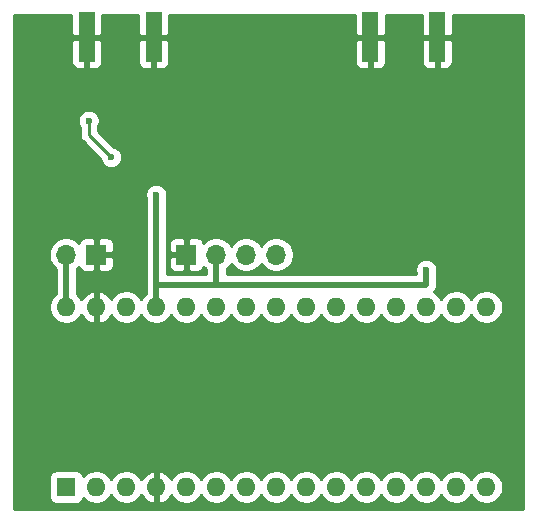
<source format=gbl>
G04 #@! TF.GenerationSoftware,KiCad,Pcbnew,5.1.9+dfsg1-1+deb11u1*
G04 #@! TF.CreationDate,2023-03-16T17:17:06+02:00*
G04 #@! TF.ProjectId,power_meter,706f7765-725f-46d6-9574-65722e6b6963,rev?*
G04 #@! TF.SameCoordinates,Original*
G04 #@! TF.FileFunction,Copper,L2,Bot*
G04 #@! TF.FilePolarity,Positive*
%FSLAX46Y46*%
G04 Gerber Fmt 4.6, Leading zero omitted, Abs format (unit mm)*
G04 Created by KiCad (PCBNEW 5.1.9+dfsg1-1+deb11u1) date 2023-03-16 17:17:06*
%MOMM*%
%LPD*%
G01*
G04 APERTURE LIST*
G04 #@! TA.AperFunction,ComponentPad*
%ADD10R,1.600000X1.600000*%
G04 #@! TD*
G04 #@! TA.AperFunction,ComponentPad*
%ADD11O,1.600000X1.600000*%
G04 #@! TD*
G04 #@! TA.AperFunction,ComponentPad*
%ADD12R,1.700000X1.700000*%
G04 #@! TD*
G04 #@! TA.AperFunction,ComponentPad*
%ADD13O,1.700000X1.700000*%
G04 #@! TD*
G04 #@! TA.AperFunction,SMDPad,CuDef*
%ADD14R,1.350000X4.200000*%
G04 #@! TD*
G04 #@! TA.AperFunction,ViaPad*
%ADD15C,0.600000*%
G04 #@! TD*
G04 #@! TA.AperFunction,Conductor*
%ADD16C,0.500000*%
G04 #@! TD*
G04 #@! TA.AperFunction,Conductor*
%ADD17C,0.250000*%
G04 #@! TD*
G04 #@! TA.AperFunction,Conductor*
%ADD18C,0.254000*%
G04 #@! TD*
G04 #@! TA.AperFunction,Conductor*
%ADD19C,0.100000*%
G04 #@! TD*
G04 APERTURE END LIST*
D10*
X99060000Y-116840000D03*
D11*
X132080000Y-101600000D03*
X101600000Y-116840000D03*
X129540000Y-101600000D03*
X104140000Y-116840000D03*
X127000000Y-101600000D03*
X106680000Y-116840000D03*
X124460000Y-101600000D03*
X109220000Y-116840000D03*
X121920000Y-101600000D03*
X111760000Y-116840000D03*
X119380000Y-101600000D03*
X114300000Y-116840000D03*
X116840000Y-101600000D03*
X116840000Y-116840000D03*
X114300000Y-101600000D03*
X119380000Y-116840000D03*
X111760000Y-101600000D03*
X121920000Y-116840000D03*
X109220000Y-101600000D03*
X124460000Y-116840000D03*
X106680000Y-101600000D03*
X127000000Y-116840000D03*
X104140000Y-101600000D03*
X129540000Y-116840000D03*
X101600000Y-101600000D03*
X132080000Y-116840000D03*
X99060000Y-101600000D03*
X134620000Y-116840000D03*
X134620000Y-101600000D03*
D12*
X101600000Y-97155000D03*
D13*
X99060000Y-97155000D03*
D12*
X109220000Y-97155000D03*
D13*
X111760000Y-97155000D03*
X114300000Y-97155000D03*
X116840000Y-97155000D03*
D14*
X124810000Y-78740000D03*
X130460000Y-78740000D03*
X106457000Y-78740000D03*
X100807000Y-78740000D03*
D15*
X101600000Y-81915000D03*
X105410000Y-81915000D03*
X106680000Y-81915000D03*
X100330000Y-81915000D03*
X99060000Y-81915000D03*
X107950000Y-81915000D03*
X107950000Y-85725000D03*
X107950000Y-86995000D03*
X107950000Y-89535000D03*
X97790000Y-81915000D03*
X97790000Y-85725000D03*
X97790000Y-86995000D03*
X97790000Y-88265000D03*
X97790000Y-89535000D03*
X97790000Y-90805000D03*
X107950000Y-90805000D03*
X97790000Y-92075000D03*
X99060000Y-92075000D03*
X100330000Y-92075000D03*
X102870000Y-92075000D03*
X104140000Y-92075000D03*
X105410000Y-92075000D03*
X107950000Y-88265000D03*
X133350000Y-86995000D03*
X133350000Y-88265000D03*
X133350000Y-89535000D03*
X133350000Y-90805000D03*
X119380000Y-84455000D03*
X119380000Y-86995000D03*
X119380000Y-88265000D03*
X119380000Y-89535000D03*
X119380000Y-90805000D03*
X119380000Y-92075000D03*
X119380000Y-93345000D03*
X119380000Y-94615000D03*
X133350000Y-85725000D03*
X133350000Y-84455000D03*
X119380000Y-85725000D03*
X133350000Y-92075000D03*
X133350000Y-93345000D03*
X133350000Y-94615000D03*
X133350000Y-95885000D03*
X133350000Y-97155000D03*
X132080000Y-98425000D03*
X128270000Y-98425000D03*
X127000000Y-98425000D03*
X125730000Y-98425000D03*
X119380000Y-95885000D03*
X119380000Y-97155000D03*
X119380000Y-83185000D03*
X119380000Y-81915000D03*
X120650000Y-81915000D03*
X121920000Y-81915000D03*
X123190000Y-81915000D03*
X133350000Y-83185000D03*
X133350000Y-81915000D03*
X132080000Y-81915000D03*
X130810000Y-81915000D03*
X129540000Y-81915000D03*
X124460000Y-81915000D03*
X107950000Y-92075000D03*
X102870000Y-86995000D03*
X119380000Y-98425000D03*
X133350000Y-98425000D03*
X130810000Y-98425000D03*
X97790000Y-84455000D03*
X97790000Y-83185000D03*
X107950000Y-84455000D03*
X107950000Y-83185000D03*
X106680000Y-92075000D03*
X129540000Y-98425000D03*
X102870000Y-88900000D03*
X100965000Y-85810000D03*
D16*
X106680000Y-99695000D02*
X128905000Y-99695000D01*
X106680000Y-101600000D02*
X106680000Y-99695000D01*
X111760000Y-97155000D02*
X111760000Y-99695000D01*
X106680000Y-99695000D02*
X106680000Y-95250000D01*
X128905000Y-99695000D02*
X129540000Y-99695000D01*
X106680000Y-95250000D02*
X106680000Y-92075000D01*
X129540000Y-99695000D02*
X129540000Y-98425000D01*
X99060000Y-97155000D02*
X99060000Y-101600000D01*
D17*
X102870000Y-88900000D02*
X100965000Y-86995000D01*
X100965000Y-86995000D02*
X100965000Y-85810000D01*
D18*
X99497000Y-78454250D02*
X99655750Y-78613000D01*
X100680000Y-78613000D01*
X100680000Y-78593000D01*
X100934000Y-78593000D01*
X100934000Y-78613000D01*
X101958250Y-78613000D01*
X102117000Y-78454250D01*
X102119657Y-76885000D01*
X105144343Y-76885000D01*
X105147000Y-78454250D01*
X105305750Y-78613000D01*
X106330000Y-78613000D01*
X106330000Y-78593000D01*
X106584000Y-78593000D01*
X106584000Y-78613000D01*
X107608250Y-78613000D01*
X107767000Y-78454250D01*
X107769657Y-76885000D01*
X123497343Y-76885000D01*
X123500000Y-78454250D01*
X123658750Y-78613000D01*
X124683000Y-78613000D01*
X124683000Y-78593000D01*
X124937000Y-78593000D01*
X124937000Y-78613000D01*
X125961250Y-78613000D01*
X126120000Y-78454250D01*
X126122657Y-76885000D01*
X129147343Y-76885000D01*
X129150000Y-78454250D01*
X129308750Y-78613000D01*
X130333000Y-78613000D01*
X130333000Y-78593000D01*
X130587000Y-78593000D01*
X130587000Y-78613000D01*
X131611250Y-78613000D01*
X131770000Y-78454250D01*
X131772657Y-76885000D01*
X137745000Y-76885000D01*
X137745001Y-118695000D01*
X94665000Y-118695000D01*
X94665000Y-116040000D01*
X97621928Y-116040000D01*
X97621928Y-117640000D01*
X97634188Y-117764482D01*
X97670498Y-117884180D01*
X97729463Y-117994494D01*
X97808815Y-118091185D01*
X97905506Y-118170537D01*
X98015820Y-118229502D01*
X98135518Y-118265812D01*
X98260000Y-118278072D01*
X99860000Y-118278072D01*
X99984482Y-118265812D01*
X100104180Y-118229502D01*
X100214494Y-118170537D01*
X100311185Y-118091185D01*
X100390537Y-117994494D01*
X100449502Y-117884180D01*
X100485812Y-117764482D01*
X100486643Y-117756039D01*
X100685241Y-117954637D01*
X100920273Y-118111680D01*
X101181426Y-118219853D01*
X101458665Y-118275000D01*
X101741335Y-118275000D01*
X102018574Y-118219853D01*
X102279727Y-118111680D01*
X102514759Y-117954637D01*
X102714637Y-117754759D01*
X102870000Y-117522241D01*
X103025363Y-117754759D01*
X103225241Y-117954637D01*
X103460273Y-118111680D01*
X103721426Y-118219853D01*
X103998665Y-118275000D01*
X104281335Y-118275000D01*
X104558574Y-118219853D01*
X104819727Y-118111680D01*
X105054759Y-117954637D01*
X105254637Y-117754759D01*
X105411680Y-117519727D01*
X105416067Y-117509135D01*
X105527615Y-117695131D01*
X105716586Y-117903519D01*
X105942580Y-118071037D01*
X106196913Y-118191246D01*
X106330961Y-118231904D01*
X106553000Y-118109915D01*
X106553000Y-116967000D01*
X106533000Y-116967000D01*
X106533000Y-116713000D01*
X106553000Y-116713000D01*
X106553000Y-115570085D01*
X106807000Y-115570085D01*
X106807000Y-116713000D01*
X106827000Y-116713000D01*
X106827000Y-116967000D01*
X106807000Y-116967000D01*
X106807000Y-118109915D01*
X107029039Y-118231904D01*
X107163087Y-118191246D01*
X107417420Y-118071037D01*
X107643414Y-117903519D01*
X107832385Y-117695131D01*
X107943933Y-117509135D01*
X107948320Y-117519727D01*
X108105363Y-117754759D01*
X108305241Y-117954637D01*
X108540273Y-118111680D01*
X108801426Y-118219853D01*
X109078665Y-118275000D01*
X109361335Y-118275000D01*
X109638574Y-118219853D01*
X109899727Y-118111680D01*
X110134759Y-117954637D01*
X110334637Y-117754759D01*
X110490000Y-117522241D01*
X110645363Y-117754759D01*
X110845241Y-117954637D01*
X111080273Y-118111680D01*
X111341426Y-118219853D01*
X111618665Y-118275000D01*
X111901335Y-118275000D01*
X112178574Y-118219853D01*
X112439727Y-118111680D01*
X112674759Y-117954637D01*
X112874637Y-117754759D01*
X113030000Y-117522241D01*
X113185363Y-117754759D01*
X113385241Y-117954637D01*
X113620273Y-118111680D01*
X113881426Y-118219853D01*
X114158665Y-118275000D01*
X114441335Y-118275000D01*
X114718574Y-118219853D01*
X114979727Y-118111680D01*
X115214759Y-117954637D01*
X115414637Y-117754759D01*
X115570000Y-117522241D01*
X115725363Y-117754759D01*
X115925241Y-117954637D01*
X116160273Y-118111680D01*
X116421426Y-118219853D01*
X116698665Y-118275000D01*
X116981335Y-118275000D01*
X117258574Y-118219853D01*
X117519727Y-118111680D01*
X117754759Y-117954637D01*
X117954637Y-117754759D01*
X118110000Y-117522241D01*
X118265363Y-117754759D01*
X118465241Y-117954637D01*
X118700273Y-118111680D01*
X118961426Y-118219853D01*
X119238665Y-118275000D01*
X119521335Y-118275000D01*
X119798574Y-118219853D01*
X120059727Y-118111680D01*
X120294759Y-117954637D01*
X120494637Y-117754759D01*
X120650000Y-117522241D01*
X120805363Y-117754759D01*
X121005241Y-117954637D01*
X121240273Y-118111680D01*
X121501426Y-118219853D01*
X121778665Y-118275000D01*
X122061335Y-118275000D01*
X122338574Y-118219853D01*
X122599727Y-118111680D01*
X122834759Y-117954637D01*
X123034637Y-117754759D01*
X123190000Y-117522241D01*
X123345363Y-117754759D01*
X123545241Y-117954637D01*
X123780273Y-118111680D01*
X124041426Y-118219853D01*
X124318665Y-118275000D01*
X124601335Y-118275000D01*
X124878574Y-118219853D01*
X125139727Y-118111680D01*
X125374759Y-117954637D01*
X125574637Y-117754759D01*
X125730000Y-117522241D01*
X125885363Y-117754759D01*
X126085241Y-117954637D01*
X126320273Y-118111680D01*
X126581426Y-118219853D01*
X126858665Y-118275000D01*
X127141335Y-118275000D01*
X127418574Y-118219853D01*
X127679727Y-118111680D01*
X127914759Y-117954637D01*
X128114637Y-117754759D01*
X128270000Y-117522241D01*
X128425363Y-117754759D01*
X128625241Y-117954637D01*
X128860273Y-118111680D01*
X129121426Y-118219853D01*
X129398665Y-118275000D01*
X129681335Y-118275000D01*
X129958574Y-118219853D01*
X130219727Y-118111680D01*
X130454759Y-117954637D01*
X130654637Y-117754759D01*
X130810000Y-117522241D01*
X130965363Y-117754759D01*
X131165241Y-117954637D01*
X131400273Y-118111680D01*
X131661426Y-118219853D01*
X131938665Y-118275000D01*
X132221335Y-118275000D01*
X132498574Y-118219853D01*
X132759727Y-118111680D01*
X132994759Y-117954637D01*
X133194637Y-117754759D01*
X133350000Y-117522241D01*
X133505363Y-117754759D01*
X133705241Y-117954637D01*
X133940273Y-118111680D01*
X134201426Y-118219853D01*
X134478665Y-118275000D01*
X134761335Y-118275000D01*
X135038574Y-118219853D01*
X135299727Y-118111680D01*
X135534759Y-117954637D01*
X135734637Y-117754759D01*
X135891680Y-117519727D01*
X135999853Y-117258574D01*
X136055000Y-116981335D01*
X136055000Y-116698665D01*
X135999853Y-116421426D01*
X135891680Y-116160273D01*
X135734637Y-115925241D01*
X135534759Y-115725363D01*
X135299727Y-115568320D01*
X135038574Y-115460147D01*
X134761335Y-115405000D01*
X134478665Y-115405000D01*
X134201426Y-115460147D01*
X133940273Y-115568320D01*
X133705241Y-115725363D01*
X133505363Y-115925241D01*
X133350000Y-116157759D01*
X133194637Y-115925241D01*
X132994759Y-115725363D01*
X132759727Y-115568320D01*
X132498574Y-115460147D01*
X132221335Y-115405000D01*
X131938665Y-115405000D01*
X131661426Y-115460147D01*
X131400273Y-115568320D01*
X131165241Y-115725363D01*
X130965363Y-115925241D01*
X130810000Y-116157759D01*
X130654637Y-115925241D01*
X130454759Y-115725363D01*
X130219727Y-115568320D01*
X129958574Y-115460147D01*
X129681335Y-115405000D01*
X129398665Y-115405000D01*
X129121426Y-115460147D01*
X128860273Y-115568320D01*
X128625241Y-115725363D01*
X128425363Y-115925241D01*
X128270000Y-116157759D01*
X128114637Y-115925241D01*
X127914759Y-115725363D01*
X127679727Y-115568320D01*
X127418574Y-115460147D01*
X127141335Y-115405000D01*
X126858665Y-115405000D01*
X126581426Y-115460147D01*
X126320273Y-115568320D01*
X126085241Y-115725363D01*
X125885363Y-115925241D01*
X125730000Y-116157759D01*
X125574637Y-115925241D01*
X125374759Y-115725363D01*
X125139727Y-115568320D01*
X124878574Y-115460147D01*
X124601335Y-115405000D01*
X124318665Y-115405000D01*
X124041426Y-115460147D01*
X123780273Y-115568320D01*
X123545241Y-115725363D01*
X123345363Y-115925241D01*
X123190000Y-116157759D01*
X123034637Y-115925241D01*
X122834759Y-115725363D01*
X122599727Y-115568320D01*
X122338574Y-115460147D01*
X122061335Y-115405000D01*
X121778665Y-115405000D01*
X121501426Y-115460147D01*
X121240273Y-115568320D01*
X121005241Y-115725363D01*
X120805363Y-115925241D01*
X120650000Y-116157759D01*
X120494637Y-115925241D01*
X120294759Y-115725363D01*
X120059727Y-115568320D01*
X119798574Y-115460147D01*
X119521335Y-115405000D01*
X119238665Y-115405000D01*
X118961426Y-115460147D01*
X118700273Y-115568320D01*
X118465241Y-115725363D01*
X118265363Y-115925241D01*
X118110000Y-116157759D01*
X117954637Y-115925241D01*
X117754759Y-115725363D01*
X117519727Y-115568320D01*
X117258574Y-115460147D01*
X116981335Y-115405000D01*
X116698665Y-115405000D01*
X116421426Y-115460147D01*
X116160273Y-115568320D01*
X115925241Y-115725363D01*
X115725363Y-115925241D01*
X115570000Y-116157759D01*
X115414637Y-115925241D01*
X115214759Y-115725363D01*
X114979727Y-115568320D01*
X114718574Y-115460147D01*
X114441335Y-115405000D01*
X114158665Y-115405000D01*
X113881426Y-115460147D01*
X113620273Y-115568320D01*
X113385241Y-115725363D01*
X113185363Y-115925241D01*
X113030000Y-116157759D01*
X112874637Y-115925241D01*
X112674759Y-115725363D01*
X112439727Y-115568320D01*
X112178574Y-115460147D01*
X111901335Y-115405000D01*
X111618665Y-115405000D01*
X111341426Y-115460147D01*
X111080273Y-115568320D01*
X110845241Y-115725363D01*
X110645363Y-115925241D01*
X110490000Y-116157759D01*
X110334637Y-115925241D01*
X110134759Y-115725363D01*
X109899727Y-115568320D01*
X109638574Y-115460147D01*
X109361335Y-115405000D01*
X109078665Y-115405000D01*
X108801426Y-115460147D01*
X108540273Y-115568320D01*
X108305241Y-115725363D01*
X108105363Y-115925241D01*
X107948320Y-116160273D01*
X107943933Y-116170865D01*
X107832385Y-115984869D01*
X107643414Y-115776481D01*
X107417420Y-115608963D01*
X107163087Y-115488754D01*
X107029039Y-115448096D01*
X106807000Y-115570085D01*
X106553000Y-115570085D01*
X106330961Y-115448096D01*
X106196913Y-115488754D01*
X105942580Y-115608963D01*
X105716586Y-115776481D01*
X105527615Y-115984869D01*
X105416067Y-116170865D01*
X105411680Y-116160273D01*
X105254637Y-115925241D01*
X105054759Y-115725363D01*
X104819727Y-115568320D01*
X104558574Y-115460147D01*
X104281335Y-115405000D01*
X103998665Y-115405000D01*
X103721426Y-115460147D01*
X103460273Y-115568320D01*
X103225241Y-115725363D01*
X103025363Y-115925241D01*
X102870000Y-116157759D01*
X102714637Y-115925241D01*
X102514759Y-115725363D01*
X102279727Y-115568320D01*
X102018574Y-115460147D01*
X101741335Y-115405000D01*
X101458665Y-115405000D01*
X101181426Y-115460147D01*
X100920273Y-115568320D01*
X100685241Y-115725363D01*
X100486643Y-115923961D01*
X100485812Y-115915518D01*
X100449502Y-115795820D01*
X100390537Y-115685506D01*
X100311185Y-115588815D01*
X100214494Y-115509463D01*
X100104180Y-115450498D01*
X99984482Y-115414188D01*
X99860000Y-115401928D01*
X98260000Y-115401928D01*
X98135518Y-115414188D01*
X98015820Y-115450498D01*
X97905506Y-115509463D01*
X97808815Y-115588815D01*
X97729463Y-115685506D01*
X97670498Y-115795820D01*
X97634188Y-115915518D01*
X97621928Y-116040000D01*
X94665000Y-116040000D01*
X94665000Y-97008740D01*
X97575000Y-97008740D01*
X97575000Y-97301260D01*
X97632068Y-97588158D01*
X97744010Y-97858411D01*
X97906525Y-98101632D01*
X98113368Y-98308475D01*
X98175000Y-98349656D01*
X98175001Y-100465478D01*
X98145241Y-100485363D01*
X97945363Y-100685241D01*
X97788320Y-100920273D01*
X97680147Y-101181426D01*
X97625000Y-101458665D01*
X97625000Y-101741335D01*
X97680147Y-102018574D01*
X97788320Y-102279727D01*
X97945363Y-102514759D01*
X98145241Y-102714637D01*
X98380273Y-102871680D01*
X98641426Y-102979853D01*
X98918665Y-103035000D01*
X99201335Y-103035000D01*
X99478574Y-102979853D01*
X99739727Y-102871680D01*
X99974759Y-102714637D01*
X100174637Y-102514759D01*
X100331680Y-102279727D01*
X100336067Y-102269135D01*
X100447615Y-102455131D01*
X100636586Y-102663519D01*
X100862580Y-102831037D01*
X101116913Y-102951246D01*
X101250961Y-102991904D01*
X101473000Y-102869915D01*
X101473000Y-101727000D01*
X101453000Y-101727000D01*
X101453000Y-101473000D01*
X101473000Y-101473000D01*
X101473000Y-100330085D01*
X101727000Y-100330085D01*
X101727000Y-101473000D01*
X101747000Y-101473000D01*
X101747000Y-101727000D01*
X101727000Y-101727000D01*
X101727000Y-102869915D01*
X101949039Y-102991904D01*
X102083087Y-102951246D01*
X102337420Y-102831037D01*
X102563414Y-102663519D01*
X102752385Y-102455131D01*
X102863933Y-102269135D01*
X102868320Y-102279727D01*
X103025363Y-102514759D01*
X103225241Y-102714637D01*
X103460273Y-102871680D01*
X103721426Y-102979853D01*
X103998665Y-103035000D01*
X104281335Y-103035000D01*
X104558574Y-102979853D01*
X104819727Y-102871680D01*
X105054759Y-102714637D01*
X105254637Y-102514759D01*
X105410000Y-102282241D01*
X105565363Y-102514759D01*
X105765241Y-102714637D01*
X106000273Y-102871680D01*
X106261426Y-102979853D01*
X106538665Y-103035000D01*
X106821335Y-103035000D01*
X107098574Y-102979853D01*
X107359727Y-102871680D01*
X107594759Y-102714637D01*
X107794637Y-102514759D01*
X107950000Y-102282241D01*
X108105363Y-102514759D01*
X108305241Y-102714637D01*
X108540273Y-102871680D01*
X108801426Y-102979853D01*
X109078665Y-103035000D01*
X109361335Y-103035000D01*
X109638574Y-102979853D01*
X109899727Y-102871680D01*
X110134759Y-102714637D01*
X110334637Y-102514759D01*
X110490000Y-102282241D01*
X110645363Y-102514759D01*
X110845241Y-102714637D01*
X111080273Y-102871680D01*
X111341426Y-102979853D01*
X111618665Y-103035000D01*
X111901335Y-103035000D01*
X112178574Y-102979853D01*
X112439727Y-102871680D01*
X112674759Y-102714637D01*
X112874637Y-102514759D01*
X113030000Y-102282241D01*
X113185363Y-102514759D01*
X113385241Y-102714637D01*
X113620273Y-102871680D01*
X113881426Y-102979853D01*
X114158665Y-103035000D01*
X114441335Y-103035000D01*
X114718574Y-102979853D01*
X114979727Y-102871680D01*
X115214759Y-102714637D01*
X115414637Y-102514759D01*
X115570000Y-102282241D01*
X115725363Y-102514759D01*
X115925241Y-102714637D01*
X116160273Y-102871680D01*
X116421426Y-102979853D01*
X116698665Y-103035000D01*
X116981335Y-103035000D01*
X117258574Y-102979853D01*
X117519727Y-102871680D01*
X117754759Y-102714637D01*
X117954637Y-102514759D01*
X118110000Y-102282241D01*
X118265363Y-102514759D01*
X118465241Y-102714637D01*
X118700273Y-102871680D01*
X118961426Y-102979853D01*
X119238665Y-103035000D01*
X119521335Y-103035000D01*
X119798574Y-102979853D01*
X120059727Y-102871680D01*
X120294759Y-102714637D01*
X120494637Y-102514759D01*
X120650000Y-102282241D01*
X120805363Y-102514759D01*
X121005241Y-102714637D01*
X121240273Y-102871680D01*
X121501426Y-102979853D01*
X121778665Y-103035000D01*
X122061335Y-103035000D01*
X122338574Y-102979853D01*
X122599727Y-102871680D01*
X122834759Y-102714637D01*
X123034637Y-102514759D01*
X123190000Y-102282241D01*
X123345363Y-102514759D01*
X123545241Y-102714637D01*
X123780273Y-102871680D01*
X124041426Y-102979853D01*
X124318665Y-103035000D01*
X124601335Y-103035000D01*
X124878574Y-102979853D01*
X125139727Y-102871680D01*
X125374759Y-102714637D01*
X125574637Y-102514759D01*
X125730000Y-102282241D01*
X125885363Y-102514759D01*
X126085241Y-102714637D01*
X126320273Y-102871680D01*
X126581426Y-102979853D01*
X126858665Y-103035000D01*
X127141335Y-103035000D01*
X127418574Y-102979853D01*
X127679727Y-102871680D01*
X127914759Y-102714637D01*
X128114637Y-102514759D01*
X128270000Y-102282241D01*
X128425363Y-102514759D01*
X128625241Y-102714637D01*
X128860273Y-102871680D01*
X129121426Y-102979853D01*
X129398665Y-103035000D01*
X129681335Y-103035000D01*
X129958574Y-102979853D01*
X130219727Y-102871680D01*
X130454759Y-102714637D01*
X130654637Y-102514759D01*
X130810000Y-102282241D01*
X130965363Y-102514759D01*
X131165241Y-102714637D01*
X131400273Y-102871680D01*
X131661426Y-102979853D01*
X131938665Y-103035000D01*
X132221335Y-103035000D01*
X132498574Y-102979853D01*
X132759727Y-102871680D01*
X132994759Y-102714637D01*
X133194637Y-102514759D01*
X133350000Y-102282241D01*
X133505363Y-102514759D01*
X133705241Y-102714637D01*
X133940273Y-102871680D01*
X134201426Y-102979853D01*
X134478665Y-103035000D01*
X134761335Y-103035000D01*
X135038574Y-102979853D01*
X135299727Y-102871680D01*
X135534759Y-102714637D01*
X135734637Y-102514759D01*
X135891680Y-102279727D01*
X135999853Y-102018574D01*
X136055000Y-101741335D01*
X136055000Y-101458665D01*
X135999853Y-101181426D01*
X135891680Y-100920273D01*
X135734637Y-100685241D01*
X135534759Y-100485363D01*
X135299727Y-100328320D01*
X135038574Y-100220147D01*
X134761335Y-100165000D01*
X134478665Y-100165000D01*
X134201426Y-100220147D01*
X133940273Y-100328320D01*
X133705241Y-100485363D01*
X133505363Y-100685241D01*
X133350000Y-100917759D01*
X133194637Y-100685241D01*
X132994759Y-100485363D01*
X132759727Y-100328320D01*
X132498574Y-100220147D01*
X132221335Y-100165000D01*
X131938665Y-100165000D01*
X131661426Y-100220147D01*
X131400273Y-100328320D01*
X131165241Y-100485363D01*
X130965363Y-100685241D01*
X130810000Y-100917759D01*
X130654637Y-100685241D01*
X130454759Y-100485363D01*
X130219727Y-100328320D01*
X130178975Y-100311440D01*
X130279411Y-100189059D01*
X130361589Y-100035313D01*
X130412195Y-99868490D01*
X130429282Y-99695000D01*
X130425000Y-99651523D01*
X130425000Y-98731692D01*
X130439068Y-98697729D01*
X130475000Y-98517089D01*
X130475000Y-98332911D01*
X130439068Y-98152271D01*
X130368586Y-97982111D01*
X130266262Y-97828972D01*
X130136028Y-97698738D01*
X129982889Y-97596414D01*
X129812729Y-97525932D01*
X129632089Y-97490000D01*
X129447911Y-97490000D01*
X129267271Y-97525932D01*
X129097111Y-97596414D01*
X128943972Y-97698738D01*
X128813738Y-97828972D01*
X128711414Y-97982111D01*
X128640932Y-98152271D01*
X128605000Y-98332911D01*
X128605000Y-98517089D01*
X128640932Y-98697729D01*
X128655001Y-98731694D01*
X128655001Y-98810000D01*
X112645000Y-98810000D01*
X112645000Y-98349656D01*
X112706632Y-98308475D01*
X112913475Y-98101632D01*
X113030000Y-97927240D01*
X113146525Y-98101632D01*
X113353368Y-98308475D01*
X113596589Y-98470990D01*
X113866842Y-98582932D01*
X114153740Y-98640000D01*
X114446260Y-98640000D01*
X114733158Y-98582932D01*
X115003411Y-98470990D01*
X115246632Y-98308475D01*
X115453475Y-98101632D01*
X115570000Y-97927240D01*
X115686525Y-98101632D01*
X115893368Y-98308475D01*
X116136589Y-98470990D01*
X116406842Y-98582932D01*
X116693740Y-98640000D01*
X116986260Y-98640000D01*
X117273158Y-98582932D01*
X117543411Y-98470990D01*
X117786632Y-98308475D01*
X117993475Y-98101632D01*
X118155990Y-97858411D01*
X118267932Y-97588158D01*
X118325000Y-97301260D01*
X118325000Y-97008740D01*
X118267932Y-96721842D01*
X118155990Y-96451589D01*
X117993475Y-96208368D01*
X117786632Y-96001525D01*
X117543411Y-95839010D01*
X117273158Y-95727068D01*
X116986260Y-95670000D01*
X116693740Y-95670000D01*
X116406842Y-95727068D01*
X116136589Y-95839010D01*
X115893368Y-96001525D01*
X115686525Y-96208368D01*
X115570000Y-96382760D01*
X115453475Y-96208368D01*
X115246632Y-96001525D01*
X115003411Y-95839010D01*
X114733158Y-95727068D01*
X114446260Y-95670000D01*
X114153740Y-95670000D01*
X113866842Y-95727068D01*
X113596589Y-95839010D01*
X113353368Y-96001525D01*
X113146525Y-96208368D01*
X113030000Y-96382760D01*
X112913475Y-96208368D01*
X112706632Y-96001525D01*
X112463411Y-95839010D01*
X112193158Y-95727068D01*
X111906260Y-95670000D01*
X111613740Y-95670000D01*
X111326842Y-95727068D01*
X111056589Y-95839010D01*
X110813368Y-96001525D01*
X110681513Y-96133380D01*
X110659502Y-96060820D01*
X110600537Y-95950506D01*
X110521185Y-95853815D01*
X110424494Y-95774463D01*
X110314180Y-95715498D01*
X110194482Y-95679188D01*
X110070000Y-95666928D01*
X109505750Y-95670000D01*
X109347000Y-95828750D01*
X109347000Y-97028000D01*
X109367000Y-97028000D01*
X109367000Y-97282000D01*
X109347000Y-97282000D01*
X109347000Y-98481250D01*
X109505750Y-98640000D01*
X110070000Y-98643072D01*
X110194482Y-98630812D01*
X110314180Y-98594502D01*
X110424494Y-98535537D01*
X110521185Y-98456185D01*
X110600537Y-98359494D01*
X110659502Y-98249180D01*
X110681513Y-98176620D01*
X110813368Y-98308475D01*
X110875000Y-98349656D01*
X110875001Y-98810000D01*
X107565000Y-98810000D01*
X107565000Y-98005000D01*
X107731928Y-98005000D01*
X107744188Y-98129482D01*
X107780498Y-98249180D01*
X107839463Y-98359494D01*
X107918815Y-98456185D01*
X108015506Y-98535537D01*
X108125820Y-98594502D01*
X108245518Y-98630812D01*
X108370000Y-98643072D01*
X108934250Y-98640000D01*
X109093000Y-98481250D01*
X109093000Y-97282000D01*
X107893750Y-97282000D01*
X107735000Y-97440750D01*
X107731928Y-98005000D01*
X107565000Y-98005000D01*
X107565000Y-96305000D01*
X107731928Y-96305000D01*
X107735000Y-96869250D01*
X107893750Y-97028000D01*
X109093000Y-97028000D01*
X109093000Y-95828750D01*
X108934250Y-95670000D01*
X108370000Y-95666928D01*
X108245518Y-95679188D01*
X108125820Y-95715498D01*
X108015506Y-95774463D01*
X107918815Y-95853815D01*
X107839463Y-95950506D01*
X107780498Y-96060820D01*
X107744188Y-96180518D01*
X107731928Y-96305000D01*
X107565000Y-96305000D01*
X107565000Y-92381692D01*
X107579068Y-92347729D01*
X107615000Y-92167089D01*
X107615000Y-91982911D01*
X107579068Y-91802271D01*
X107508586Y-91632111D01*
X107406262Y-91478972D01*
X107276028Y-91348738D01*
X107122889Y-91246414D01*
X106952729Y-91175932D01*
X106772089Y-91140000D01*
X106587911Y-91140000D01*
X106407271Y-91175932D01*
X106237111Y-91246414D01*
X106083972Y-91348738D01*
X105953738Y-91478972D01*
X105851414Y-91632111D01*
X105780932Y-91802271D01*
X105745000Y-91982911D01*
X105745000Y-92167089D01*
X105780932Y-92347729D01*
X105795001Y-92381695D01*
X105795000Y-95293476D01*
X105795001Y-95293486D01*
X105795000Y-99651523D01*
X105790718Y-99695000D01*
X105795001Y-99738486D01*
X105795001Y-100465478D01*
X105765241Y-100485363D01*
X105565363Y-100685241D01*
X105410000Y-100917759D01*
X105254637Y-100685241D01*
X105054759Y-100485363D01*
X104819727Y-100328320D01*
X104558574Y-100220147D01*
X104281335Y-100165000D01*
X103998665Y-100165000D01*
X103721426Y-100220147D01*
X103460273Y-100328320D01*
X103225241Y-100485363D01*
X103025363Y-100685241D01*
X102868320Y-100920273D01*
X102863933Y-100930865D01*
X102752385Y-100744869D01*
X102563414Y-100536481D01*
X102337420Y-100368963D01*
X102083087Y-100248754D01*
X101949039Y-100208096D01*
X101727000Y-100330085D01*
X101473000Y-100330085D01*
X101250961Y-100208096D01*
X101116913Y-100248754D01*
X100862580Y-100368963D01*
X100636586Y-100536481D01*
X100447615Y-100744869D01*
X100336067Y-100930865D01*
X100331680Y-100920273D01*
X100174637Y-100685241D01*
X99974759Y-100485363D01*
X99945000Y-100465479D01*
X99945000Y-98349656D01*
X100006632Y-98308475D01*
X100138487Y-98176620D01*
X100160498Y-98249180D01*
X100219463Y-98359494D01*
X100298815Y-98456185D01*
X100395506Y-98535537D01*
X100505820Y-98594502D01*
X100625518Y-98630812D01*
X100750000Y-98643072D01*
X101314250Y-98640000D01*
X101473000Y-98481250D01*
X101473000Y-97282000D01*
X101727000Y-97282000D01*
X101727000Y-98481250D01*
X101885750Y-98640000D01*
X102450000Y-98643072D01*
X102574482Y-98630812D01*
X102694180Y-98594502D01*
X102804494Y-98535537D01*
X102901185Y-98456185D01*
X102980537Y-98359494D01*
X103039502Y-98249180D01*
X103075812Y-98129482D01*
X103088072Y-98005000D01*
X103085000Y-97440750D01*
X102926250Y-97282000D01*
X101727000Y-97282000D01*
X101473000Y-97282000D01*
X101453000Y-97282000D01*
X101453000Y-97028000D01*
X101473000Y-97028000D01*
X101473000Y-95828750D01*
X101727000Y-95828750D01*
X101727000Y-97028000D01*
X102926250Y-97028000D01*
X103085000Y-96869250D01*
X103088072Y-96305000D01*
X103075812Y-96180518D01*
X103039502Y-96060820D01*
X102980537Y-95950506D01*
X102901185Y-95853815D01*
X102804494Y-95774463D01*
X102694180Y-95715498D01*
X102574482Y-95679188D01*
X102450000Y-95666928D01*
X101885750Y-95670000D01*
X101727000Y-95828750D01*
X101473000Y-95828750D01*
X101314250Y-95670000D01*
X100750000Y-95666928D01*
X100625518Y-95679188D01*
X100505820Y-95715498D01*
X100395506Y-95774463D01*
X100298815Y-95853815D01*
X100219463Y-95950506D01*
X100160498Y-96060820D01*
X100138487Y-96133380D01*
X100006632Y-96001525D01*
X99763411Y-95839010D01*
X99493158Y-95727068D01*
X99206260Y-95670000D01*
X98913740Y-95670000D01*
X98626842Y-95727068D01*
X98356589Y-95839010D01*
X98113368Y-96001525D01*
X97906525Y-96208368D01*
X97744010Y-96451589D01*
X97632068Y-96721842D01*
X97575000Y-97008740D01*
X94665000Y-97008740D01*
X94665000Y-85717911D01*
X100030000Y-85717911D01*
X100030000Y-85902089D01*
X100065932Y-86082729D01*
X100136414Y-86252889D01*
X100205001Y-86355536D01*
X100205000Y-86957677D01*
X100201324Y-86995000D01*
X100205000Y-87032322D01*
X100205000Y-87032332D01*
X100215997Y-87143985D01*
X100259454Y-87287246D01*
X100330026Y-87419276D01*
X100369871Y-87467826D01*
X100424999Y-87535001D01*
X100454003Y-87558804D01*
X101946847Y-89051649D01*
X101970932Y-89172729D01*
X102041414Y-89342889D01*
X102143738Y-89496028D01*
X102273972Y-89626262D01*
X102427111Y-89728586D01*
X102597271Y-89799068D01*
X102777911Y-89835000D01*
X102962089Y-89835000D01*
X103142729Y-89799068D01*
X103312889Y-89728586D01*
X103466028Y-89626262D01*
X103596262Y-89496028D01*
X103698586Y-89342889D01*
X103769068Y-89172729D01*
X103805000Y-88992089D01*
X103805000Y-88807911D01*
X103769068Y-88627271D01*
X103698586Y-88457111D01*
X103596262Y-88303972D01*
X103466028Y-88173738D01*
X103312889Y-88071414D01*
X103142729Y-88000932D01*
X103021649Y-87976847D01*
X101725000Y-86680199D01*
X101725000Y-86355535D01*
X101793586Y-86252889D01*
X101864068Y-86082729D01*
X101900000Y-85902089D01*
X101900000Y-85717911D01*
X101864068Y-85537271D01*
X101793586Y-85367111D01*
X101691262Y-85213972D01*
X101561028Y-85083738D01*
X101407889Y-84981414D01*
X101237729Y-84910932D01*
X101057089Y-84875000D01*
X100872911Y-84875000D01*
X100692271Y-84910932D01*
X100522111Y-84981414D01*
X100368972Y-85083738D01*
X100238738Y-85213972D01*
X100136414Y-85367111D01*
X100065932Y-85537271D01*
X100030000Y-85717911D01*
X94665000Y-85717911D01*
X94665000Y-80840000D01*
X99493928Y-80840000D01*
X99506188Y-80964482D01*
X99542498Y-81084180D01*
X99601463Y-81194494D01*
X99680815Y-81291185D01*
X99777506Y-81370537D01*
X99887820Y-81429502D01*
X100007518Y-81465812D01*
X100132000Y-81478072D01*
X100521250Y-81475000D01*
X100680000Y-81316250D01*
X100680000Y-78867000D01*
X100934000Y-78867000D01*
X100934000Y-81316250D01*
X101092750Y-81475000D01*
X101482000Y-81478072D01*
X101606482Y-81465812D01*
X101726180Y-81429502D01*
X101836494Y-81370537D01*
X101933185Y-81291185D01*
X102012537Y-81194494D01*
X102071502Y-81084180D01*
X102107812Y-80964482D01*
X102120072Y-80840000D01*
X105143928Y-80840000D01*
X105156188Y-80964482D01*
X105192498Y-81084180D01*
X105251463Y-81194494D01*
X105330815Y-81291185D01*
X105427506Y-81370537D01*
X105537820Y-81429502D01*
X105657518Y-81465812D01*
X105782000Y-81478072D01*
X106171250Y-81475000D01*
X106330000Y-81316250D01*
X106330000Y-78867000D01*
X106584000Y-78867000D01*
X106584000Y-81316250D01*
X106742750Y-81475000D01*
X107132000Y-81478072D01*
X107256482Y-81465812D01*
X107376180Y-81429502D01*
X107486494Y-81370537D01*
X107583185Y-81291185D01*
X107662537Y-81194494D01*
X107721502Y-81084180D01*
X107757812Y-80964482D01*
X107770072Y-80840000D01*
X123496928Y-80840000D01*
X123509188Y-80964482D01*
X123545498Y-81084180D01*
X123604463Y-81194494D01*
X123683815Y-81291185D01*
X123780506Y-81370537D01*
X123890820Y-81429502D01*
X124010518Y-81465812D01*
X124135000Y-81478072D01*
X124524250Y-81475000D01*
X124683000Y-81316250D01*
X124683000Y-78867000D01*
X124937000Y-78867000D01*
X124937000Y-81316250D01*
X125095750Y-81475000D01*
X125485000Y-81478072D01*
X125609482Y-81465812D01*
X125729180Y-81429502D01*
X125839494Y-81370537D01*
X125936185Y-81291185D01*
X126015537Y-81194494D01*
X126074502Y-81084180D01*
X126110812Y-80964482D01*
X126123072Y-80840000D01*
X129146928Y-80840000D01*
X129159188Y-80964482D01*
X129195498Y-81084180D01*
X129254463Y-81194494D01*
X129333815Y-81291185D01*
X129430506Y-81370537D01*
X129540820Y-81429502D01*
X129660518Y-81465812D01*
X129785000Y-81478072D01*
X130174250Y-81475000D01*
X130333000Y-81316250D01*
X130333000Y-78867000D01*
X130587000Y-78867000D01*
X130587000Y-81316250D01*
X130745750Y-81475000D01*
X131135000Y-81478072D01*
X131259482Y-81465812D01*
X131379180Y-81429502D01*
X131489494Y-81370537D01*
X131586185Y-81291185D01*
X131665537Y-81194494D01*
X131724502Y-81084180D01*
X131760812Y-80964482D01*
X131773072Y-80840000D01*
X131770000Y-79025750D01*
X131611250Y-78867000D01*
X130587000Y-78867000D01*
X130333000Y-78867000D01*
X129308750Y-78867000D01*
X129150000Y-79025750D01*
X129146928Y-80840000D01*
X126123072Y-80840000D01*
X126120000Y-79025750D01*
X125961250Y-78867000D01*
X124937000Y-78867000D01*
X124683000Y-78867000D01*
X123658750Y-78867000D01*
X123500000Y-79025750D01*
X123496928Y-80840000D01*
X107770072Y-80840000D01*
X107767000Y-79025750D01*
X107608250Y-78867000D01*
X106584000Y-78867000D01*
X106330000Y-78867000D01*
X105305750Y-78867000D01*
X105147000Y-79025750D01*
X105143928Y-80840000D01*
X102120072Y-80840000D01*
X102117000Y-79025750D01*
X101958250Y-78867000D01*
X100934000Y-78867000D01*
X100680000Y-78867000D01*
X99655750Y-78867000D01*
X99497000Y-79025750D01*
X99493928Y-80840000D01*
X94665000Y-80840000D01*
X94665000Y-76885000D01*
X99494343Y-76885000D01*
X99497000Y-78454250D01*
G04 #@! TA.AperFunction,Conductor*
D19*
G36*
X99497000Y-78454250D02*
G01*
X99655750Y-78613000D01*
X100680000Y-78613000D01*
X100680000Y-78593000D01*
X100934000Y-78593000D01*
X100934000Y-78613000D01*
X101958250Y-78613000D01*
X102117000Y-78454250D01*
X102119657Y-76885000D01*
X105144343Y-76885000D01*
X105147000Y-78454250D01*
X105305750Y-78613000D01*
X106330000Y-78613000D01*
X106330000Y-78593000D01*
X106584000Y-78593000D01*
X106584000Y-78613000D01*
X107608250Y-78613000D01*
X107767000Y-78454250D01*
X107769657Y-76885000D01*
X123497343Y-76885000D01*
X123500000Y-78454250D01*
X123658750Y-78613000D01*
X124683000Y-78613000D01*
X124683000Y-78593000D01*
X124937000Y-78593000D01*
X124937000Y-78613000D01*
X125961250Y-78613000D01*
X126120000Y-78454250D01*
X126122657Y-76885000D01*
X129147343Y-76885000D01*
X129150000Y-78454250D01*
X129308750Y-78613000D01*
X130333000Y-78613000D01*
X130333000Y-78593000D01*
X130587000Y-78593000D01*
X130587000Y-78613000D01*
X131611250Y-78613000D01*
X131770000Y-78454250D01*
X131772657Y-76885000D01*
X137745000Y-76885000D01*
X137745001Y-118695000D01*
X94665000Y-118695000D01*
X94665000Y-116040000D01*
X97621928Y-116040000D01*
X97621928Y-117640000D01*
X97634188Y-117764482D01*
X97670498Y-117884180D01*
X97729463Y-117994494D01*
X97808815Y-118091185D01*
X97905506Y-118170537D01*
X98015820Y-118229502D01*
X98135518Y-118265812D01*
X98260000Y-118278072D01*
X99860000Y-118278072D01*
X99984482Y-118265812D01*
X100104180Y-118229502D01*
X100214494Y-118170537D01*
X100311185Y-118091185D01*
X100390537Y-117994494D01*
X100449502Y-117884180D01*
X100485812Y-117764482D01*
X100486643Y-117756039D01*
X100685241Y-117954637D01*
X100920273Y-118111680D01*
X101181426Y-118219853D01*
X101458665Y-118275000D01*
X101741335Y-118275000D01*
X102018574Y-118219853D01*
X102279727Y-118111680D01*
X102514759Y-117954637D01*
X102714637Y-117754759D01*
X102870000Y-117522241D01*
X103025363Y-117754759D01*
X103225241Y-117954637D01*
X103460273Y-118111680D01*
X103721426Y-118219853D01*
X103998665Y-118275000D01*
X104281335Y-118275000D01*
X104558574Y-118219853D01*
X104819727Y-118111680D01*
X105054759Y-117954637D01*
X105254637Y-117754759D01*
X105411680Y-117519727D01*
X105416067Y-117509135D01*
X105527615Y-117695131D01*
X105716586Y-117903519D01*
X105942580Y-118071037D01*
X106196913Y-118191246D01*
X106330961Y-118231904D01*
X106553000Y-118109915D01*
X106553000Y-116967000D01*
X106533000Y-116967000D01*
X106533000Y-116713000D01*
X106553000Y-116713000D01*
X106553000Y-115570085D01*
X106807000Y-115570085D01*
X106807000Y-116713000D01*
X106827000Y-116713000D01*
X106827000Y-116967000D01*
X106807000Y-116967000D01*
X106807000Y-118109915D01*
X107029039Y-118231904D01*
X107163087Y-118191246D01*
X107417420Y-118071037D01*
X107643414Y-117903519D01*
X107832385Y-117695131D01*
X107943933Y-117509135D01*
X107948320Y-117519727D01*
X108105363Y-117754759D01*
X108305241Y-117954637D01*
X108540273Y-118111680D01*
X108801426Y-118219853D01*
X109078665Y-118275000D01*
X109361335Y-118275000D01*
X109638574Y-118219853D01*
X109899727Y-118111680D01*
X110134759Y-117954637D01*
X110334637Y-117754759D01*
X110490000Y-117522241D01*
X110645363Y-117754759D01*
X110845241Y-117954637D01*
X111080273Y-118111680D01*
X111341426Y-118219853D01*
X111618665Y-118275000D01*
X111901335Y-118275000D01*
X112178574Y-118219853D01*
X112439727Y-118111680D01*
X112674759Y-117954637D01*
X112874637Y-117754759D01*
X113030000Y-117522241D01*
X113185363Y-117754759D01*
X113385241Y-117954637D01*
X113620273Y-118111680D01*
X113881426Y-118219853D01*
X114158665Y-118275000D01*
X114441335Y-118275000D01*
X114718574Y-118219853D01*
X114979727Y-118111680D01*
X115214759Y-117954637D01*
X115414637Y-117754759D01*
X115570000Y-117522241D01*
X115725363Y-117754759D01*
X115925241Y-117954637D01*
X116160273Y-118111680D01*
X116421426Y-118219853D01*
X116698665Y-118275000D01*
X116981335Y-118275000D01*
X117258574Y-118219853D01*
X117519727Y-118111680D01*
X117754759Y-117954637D01*
X117954637Y-117754759D01*
X118110000Y-117522241D01*
X118265363Y-117754759D01*
X118465241Y-117954637D01*
X118700273Y-118111680D01*
X118961426Y-118219853D01*
X119238665Y-118275000D01*
X119521335Y-118275000D01*
X119798574Y-118219853D01*
X120059727Y-118111680D01*
X120294759Y-117954637D01*
X120494637Y-117754759D01*
X120650000Y-117522241D01*
X120805363Y-117754759D01*
X121005241Y-117954637D01*
X121240273Y-118111680D01*
X121501426Y-118219853D01*
X121778665Y-118275000D01*
X122061335Y-118275000D01*
X122338574Y-118219853D01*
X122599727Y-118111680D01*
X122834759Y-117954637D01*
X123034637Y-117754759D01*
X123190000Y-117522241D01*
X123345363Y-117754759D01*
X123545241Y-117954637D01*
X123780273Y-118111680D01*
X124041426Y-118219853D01*
X124318665Y-118275000D01*
X124601335Y-118275000D01*
X124878574Y-118219853D01*
X125139727Y-118111680D01*
X125374759Y-117954637D01*
X125574637Y-117754759D01*
X125730000Y-117522241D01*
X125885363Y-117754759D01*
X126085241Y-117954637D01*
X126320273Y-118111680D01*
X126581426Y-118219853D01*
X126858665Y-118275000D01*
X127141335Y-118275000D01*
X127418574Y-118219853D01*
X127679727Y-118111680D01*
X127914759Y-117954637D01*
X128114637Y-117754759D01*
X128270000Y-117522241D01*
X128425363Y-117754759D01*
X128625241Y-117954637D01*
X128860273Y-118111680D01*
X129121426Y-118219853D01*
X129398665Y-118275000D01*
X129681335Y-118275000D01*
X129958574Y-118219853D01*
X130219727Y-118111680D01*
X130454759Y-117954637D01*
X130654637Y-117754759D01*
X130810000Y-117522241D01*
X130965363Y-117754759D01*
X131165241Y-117954637D01*
X131400273Y-118111680D01*
X131661426Y-118219853D01*
X131938665Y-118275000D01*
X132221335Y-118275000D01*
X132498574Y-118219853D01*
X132759727Y-118111680D01*
X132994759Y-117954637D01*
X133194637Y-117754759D01*
X133350000Y-117522241D01*
X133505363Y-117754759D01*
X133705241Y-117954637D01*
X133940273Y-118111680D01*
X134201426Y-118219853D01*
X134478665Y-118275000D01*
X134761335Y-118275000D01*
X135038574Y-118219853D01*
X135299727Y-118111680D01*
X135534759Y-117954637D01*
X135734637Y-117754759D01*
X135891680Y-117519727D01*
X135999853Y-117258574D01*
X136055000Y-116981335D01*
X136055000Y-116698665D01*
X135999853Y-116421426D01*
X135891680Y-116160273D01*
X135734637Y-115925241D01*
X135534759Y-115725363D01*
X135299727Y-115568320D01*
X135038574Y-115460147D01*
X134761335Y-115405000D01*
X134478665Y-115405000D01*
X134201426Y-115460147D01*
X133940273Y-115568320D01*
X133705241Y-115725363D01*
X133505363Y-115925241D01*
X133350000Y-116157759D01*
X133194637Y-115925241D01*
X132994759Y-115725363D01*
X132759727Y-115568320D01*
X132498574Y-115460147D01*
X132221335Y-115405000D01*
X131938665Y-115405000D01*
X131661426Y-115460147D01*
X131400273Y-115568320D01*
X131165241Y-115725363D01*
X130965363Y-115925241D01*
X130810000Y-116157759D01*
X130654637Y-115925241D01*
X130454759Y-115725363D01*
X130219727Y-115568320D01*
X129958574Y-115460147D01*
X129681335Y-115405000D01*
X129398665Y-115405000D01*
X129121426Y-115460147D01*
X128860273Y-115568320D01*
X128625241Y-115725363D01*
X128425363Y-115925241D01*
X128270000Y-116157759D01*
X128114637Y-115925241D01*
X127914759Y-115725363D01*
X127679727Y-115568320D01*
X127418574Y-115460147D01*
X127141335Y-115405000D01*
X126858665Y-115405000D01*
X126581426Y-115460147D01*
X126320273Y-115568320D01*
X126085241Y-115725363D01*
X125885363Y-115925241D01*
X125730000Y-116157759D01*
X125574637Y-115925241D01*
X125374759Y-115725363D01*
X125139727Y-115568320D01*
X124878574Y-115460147D01*
X124601335Y-115405000D01*
X124318665Y-115405000D01*
X124041426Y-115460147D01*
X123780273Y-115568320D01*
X123545241Y-115725363D01*
X123345363Y-115925241D01*
X123190000Y-116157759D01*
X123034637Y-115925241D01*
X122834759Y-115725363D01*
X122599727Y-115568320D01*
X122338574Y-115460147D01*
X122061335Y-115405000D01*
X121778665Y-115405000D01*
X121501426Y-115460147D01*
X121240273Y-115568320D01*
X121005241Y-115725363D01*
X120805363Y-115925241D01*
X120650000Y-116157759D01*
X120494637Y-115925241D01*
X120294759Y-115725363D01*
X120059727Y-115568320D01*
X119798574Y-115460147D01*
X119521335Y-115405000D01*
X119238665Y-115405000D01*
X118961426Y-115460147D01*
X118700273Y-115568320D01*
X118465241Y-115725363D01*
X118265363Y-115925241D01*
X118110000Y-116157759D01*
X117954637Y-115925241D01*
X117754759Y-115725363D01*
X117519727Y-115568320D01*
X117258574Y-115460147D01*
X116981335Y-115405000D01*
X116698665Y-115405000D01*
X116421426Y-115460147D01*
X116160273Y-115568320D01*
X115925241Y-115725363D01*
X115725363Y-115925241D01*
X115570000Y-116157759D01*
X115414637Y-115925241D01*
X115214759Y-115725363D01*
X114979727Y-115568320D01*
X114718574Y-115460147D01*
X114441335Y-115405000D01*
X114158665Y-115405000D01*
X113881426Y-115460147D01*
X113620273Y-115568320D01*
X113385241Y-115725363D01*
X113185363Y-115925241D01*
X113030000Y-116157759D01*
X112874637Y-115925241D01*
X112674759Y-115725363D01*
X112439727Y-115568320D01*
X112178574Y-115460147D01*
X111901335Y-115405000D01*
X111618665Y-115405000D01*
X111341426Y-115460147D01*
X111080273Y-115568320D01*
X110845241Y-115725363D01*
X110645363Y-115925241D01*
X110490000Y-116157759D01*
X110334637Y-115925241D01*
X110134759Y-115725363D01*
X109899727Y-115568320D01*
X109638574Y-115460147D01*
X109361335Y-115405000D01*
X109078665Y-115405000D01*
X108801426Y-115460147D01*
X108540273Y-115568320D01*
X108305241Y-115725363D01*
X108105363Y-115925241D01*
X107948320Y-116160273D01*
X107943933Y-116170865D01*
X107832385Y-115984869D01*
X107643414Y-115776481D01*
X107417420Y-115608963D01*
X107163087Y-115488754D01*
X107029039Y-115448096D01*
X106807000Y-115570085D01*
X106553000Y-115570085D01*
X106330961Y-115448096D01*
X106196913Y-115488754D01*
X105942580Y-115608963D01*
X105716586Y-115776481D01*
X105527615Y-115984869D01*
X105416067Y-116170865D01*
X105411680Y-116160273D01*
X105254637Y-115925241D01*
X105054759Y-115725363D01*
X104819727Y-115568320D01*
X104558574Y-115460147D01*
X104281335Y-115405000D01*
X103998665Y-115405000D01*
X103721426Y-115460147D01*
X103460273Y-115568320D01*
X103225241Y-115725363D01*
X103025363Y-115925241D01*
X102870000Y-116157759D01*
X102714637Y-115925241D01*
X102514759Y-115725363D01*
X102279727Y-115568320D01*
X102018574Y-115460147D01*
X101741335Y-115405000D01*
X101458665Y-115405000D01*
X101181426Y-115460147D01*
X100920273Y-115568320D01*
X100685241Y-115725363D01*
X100486643Y-115923961D01*
X100485812Y-115915518D01*
X100449502Y-115795820D01*
X100390537Y-115685506D01*
X100311185Y-115588815D01*
X100214494Y-115509463D01*
X100104180Y-115450498D01*
X99984482Y-115414188D01*
X99860000Y-115401928D01*
X98260000Y-115401928D01*
X98135518Y-115414188D01*
X98015820Y-115450498D01*
X97905506Y-115509463D01*
X97808815Y-115588815D01*
X97729463Y-115685506D01*
X97670498Y-115795820D01*
X97634188Y-115915518D01*
X97621928Y-116040000D01*
X94665000Y-116040000D01*
X94665000Y-97008740D01*
X97575000Y-97008740D01*
X97575000Y-97301260D01*
X97632068Y-97588158D01*
X97744010Y-97858411D01*
X97906525Y-98101632D01*
X98113368Y-98308475D01*
X98175000Y-98349656D01*
X98175001Y-100465478D01*
X98145241Y-100485363D01*
X97945363Y-100685241D01*
X97788320Y-100920273D01*
X97680147Y-101181426D01*
X97625000Y-101458665D01*
X97625000Y-101741335D01*
X97680147Y-102018574D01*
X97788320Y-102279727D01*
X97945363Y-102514759D01*
X98145241Y-102714637D01*
X98380273Y-102871680D01*
X98641426Y-102979853D01*
X98918665Y-103035000D01*
X99201335Y-103035000D01*
X99478574Y-102979853D01*
X99739727Y-102871680D01*
X99974759Y-102714637D01*
X100174637Y-102514759D01*
X100331680Y-102279727D01*
X100336067Y-102269135D01*
X100447615Y-102455131D01*
X100636586Y-102663519D01*
X100862580Y-102831037D01*
X101116913Y-102951246D01*
X101250961Y-102991904D01*
X101473000Y-102869915D01*
X101473000Y-101727000D01*
X101453000Y-101727000D01*
X101453000Y-101473000D01*
X101473000Y-101473000D01*
X101473000Y-100330085D01*
X101727000Y-100330085D01*
X101727000Y-101473000D01*
X101747000Y-101473000D01*
X101747000Y-101727000D01*
X101727000Y-101727000D01*
X101727000Y-102869915D01*
X101949039Y-102991904D01*
X102083087Y-102951246D01*
X102337420Y-102831037D01*
X102563414Y-102663519D01*
X102752385Y-102455131D01*
X102863933Y-102269135D01*
X102868320Y-102279727D01*
X103025363Y-102514759D01*
X103225241Y-102714637D01*
X103460273Y-102871680D01*
X103721426Y-102979853D01*
X103998665Y-103035000D01*
X104281335Y-103035000D01*
X104558574Y-102979853D01*
X104819727Y-102871680D01*
X105054759Y-102714637D01*
X105254637Y-102514759D01*
X105410000Y-102282241D01*
X105565363Y-102514759D01*
X105765241Y-102714637D01*
X106000273Y-102871680D01*
X106261426Y-102979853D01*
X106538665Y-103035000D01*
X106821335Y-103035000D01*
X107098574Y-102979853D01*
X107359727Y-102871680D01*
X107594759Y-102714637D01*
X107794637Y-102514759D01*
X107950000Y-102282241D01*
X108105363Y-102514759D01*
X108305241Y-102714637D01*
X108540273Y-102871680D01*
X108801426Y-102979853D01*
X109078665Y-103035000D01*
X109361335Y-103035000D01*
X109638574Y-102979853D01*
X109899727Y-102871680D01*
X110134759Y-102714637D01*
X110334637Y-102514759D01*
X110490000Y-102282241D01*
X110645363Y-102514759D01*
X110845241Y-102714637D01*
X111080273Y-102871680D01*
X111341426Y-102979853D01*
X111618665Y-103035000D01*
X111901335Y-103035000D01*
X112178574Y-102979853D01*
X112439727Y-102871680D01*
X112674759Y-102714637D01*
X112874637Y-102514759D01*
X113030000Y-102282241D01*
X113185363Y-102514759D01*
X113385241Y-102714637D01*
X113620273Y-102871680D01*
X113881426Y-102979853D01*
X114158665Y-103035000D01*
X114441335Y-103035000D01*
X114718574Y-102979853D01*
X114979727Y-102871680D01*
X115214759Y-102714637D01*
X115414637Y-102514759D01*
X115570000Y-102282241D01*
X115725363Y-102514759D01*
X115925241Y-102714637D01*
X116160273Y-102871680D01*
X116421426Y-102979853D01*
X116698665Y-103035000D01*
X116981335Y-103035000D01*
X117258574Y-102979853D01*
X117519727Y-102871680D01*
X117754759Y-102714637D01*
X117954637Y-102514759D01*
X118110000Y-102282241D01*
X118265363Y-102514759D01*
X118465241Y-102714637D01*
X118700273Y-102871680D01*
X118961426Y-102979853D01*
X119238665Y-103035000D01*
X119521335Y-103035000D01*
X119798574Y-102979853D01*
X120059727Y-102871680D01*
X120294759Y-102714637D01*
X120494637Y-102514759D01*
X120650000Y-102282241D01*
X120805363Y-102514759D01*
X121005241Y-102714637D01*
X121240273Y-102871680D01*
X121501426Y-102979853D01*
X121778665Y-103035000D01*
X122061335Y-103035000D01*
X122338574Y-102979853D01*
X122599727Y-102871680D01*
X122834759Y-102714637D01*
X123034637Y-102514759D01*
X123190000Y-102282241D01*
X123345363Y-102514759D01*
X123545241Y-102714637D01*
X123780273Y-102871680D01*
X124041426Y-102979853D01*
X124318665Y-103035000D01*
X124601335Y-103035000D01*
X124878574Y-102979853D01*
X125139727Y-102871680D01*
X125374759Y-102714637D01*
X125574637Y-102514759D01*
X125730000Y-102282241D01*
X125885363Y-102514759D01*
X126085241Y-102714637D01*
X126320273Y-102871680D01*
X126581426Y-102979853D01*
X126858665Y-103035000D01*
X127141335Y-103035000D01*
X127418574Y-102979853D01*
X127679727Y-102871680D01*
X127914759Y-102714637D01*
X128114637Y-102514759D01*
X128270000Y-102282241D01*
X128425363Y-102514759D01*
X128625241Y-102714637D01*
X128860273Y-102871680D01*
X129121426Y-102979853D01*
X129398665Y-103035000D01*
X129681335Y-103035000D01*
X129958574Y-102979853D01*
X130219727Y-102871680D01*
X130454759Y-102714637D01*
X130654637Y-102514759D01*
X130810000Y-102282241D01*
X130965363Y-102514759D01*
X131165241Y-102714637D01*
X131400273Y-102871680D01*
X131661426Y-102979853D01*
X131938665Y-103035000D01*
X132221335Y-103035000D01*
X132498574Y-102979853D01*
X132759727Y-102871680D01*
X132994759Y-102714637D01*
X133194637Y-102514759D01*
X133350000Y-102282241D01*
X133505363Y-102514759D01*
X133705241Y-102714637D01*
X133940273Y-102871680D01*
X134201426Y-102979853D01*
X134478665Y-103035000D01*
X134761335Y-103035000D01*
X135038574Y-102979853D01*
X135299727Y-102871680D01*
X135534759Y-102714637D01*
X135734637Y-102514759D01*
X135891680Y-102279727D01*
X135999853Y-102018574D01*
X136055000Y-101741335D01*
X136055000Y-101458665D01*
X135999853Y-101181426D01*
X135891680Y-100920273D01*
X135734637Y-100685241D01*
X135534759Y-100485363D01*
X135299727Y-100328320D01*
X135038574Y-100220147D01*
X134761335Y-100165000D01*
X134478665Y-100165000D01*
X134201426Y-100220147D01*
X133940273Y-100328320D01*
X133705241Y-100485363D01*
X133505363Y-100685241D01*
X133350000Y-100917759D01*
X133194637Y-100685241D01*
X132994759Y-100485363D01*
X132759727Y-100328320D01*
X132498574Y-100220147D01*
X132221335Y-100165000D01*
X131938665Y-100165000D01*
X131661426Y-100220147D01*
X131400273Y-100328320D01*
X131165241Y-100485363D01*
X130965363Y-100685241D01*
X130810000Y-100917759D01*
X130654637Y-100685241D01*
X130454759Y-100485363D01*
X130219727Y-100328320D01*
X130178975Y-100311440D01*
X130279411Y-100189059D01*
X130361589Y-100035313D01*
X130412195Y-99868490D01*
X130429282Y-99695000D01*
X130425000Y-99651523D01*
X130425000Y-98731692D01*
X130439068Y-98697729D01*
X130475000Y-98517089D01*
X130475000Y-98332911D01*
X130439068Y-98152271D01*
X130368586Y-97982111D01*
X130266262Y-97828972D01*
X130136028Y-97698738D01*
X129982889Y-97596414D01*
X129812729Y-97525932D01*
X129632089Y-97490000D01*
X129447911Y-97490000D01*
X129267271Y-97525932D01*
X129097111Y-97596414D01*
X128943972Y-97698738D01*
X128813738Y-97828972D01*
X128711414Y-97982111D01*
X128640932Y-98152271D01*
X128605000Y-98332911D01*
X128605000Y-98517089D01*
X128640932Y-98697729D01*
X128655001Y-98731694D01*
X128655001Y-98810000D01*
X112645000Y-98810000D01*
X112645000Y-98349656D01*
X112706632Y-98308475D01*
X112913475Y-98101632D01*
X113030000Y-97927240D01*
X113146525Y-98101632D01*
X113353368Y-98308475D01*
X113596589Y-98470990D01*
X113866842Y-98582932D01*
X114153740Y-98640000D01*
X114446260Y-98640000D01*
X114733158Y-98582932D01*
X115003411Y-98470990D01*
X115246632Y-98308475D01*
X115453475Y-98101632D01*
X115570000Y-97927240D01*
X115686525Y-98101632D01*
X115893368Y-98308475D01*
X116136589Y-98470990D01*
X116406842Y-98582932D01*
X116693740Y-98640000D01*
X116986260Y-98640000D01*
X117273158Y-98582932D01*
X117543411Y-98470990D01*
X117786632Y-98308475D01*
X117993475Y-98101632D01*
X118155990Y-97858411D01*
X118267932Y-97588158D01*
X118325000Y-97301260D01*
X118325000Y-97008740D01*
X118267932Y-96721842D01*
X118155990Y-96451589D01*
X117993475Y-96208368D01*
X117786632Y-96001525D01*
X117543411Y-95839010D01*
X117273158Y-95727068D01*
X116986260Y-95670000D01*
X116693740Y-95670000D01*
X116406842Y-95727068D01*
X116136589Y-95839010D01*
X115893368Y-96001525D01*
X115686525Y-96208368D01*
X115570000Y-96382760D01*
X115453475Y-96208368D01*
X115246632Y-96001525D01*
X115003411Y-95839010D01*
X114733158Y-95727068D01*
X114446260Y-95670000D01*
X114153740Y-95670000D01*
X113866842Y-95727068D01*
X113596589Y-95839010D01*
X113353368Y-96001525D01*
X113146525Y-96208368D01*
X113030000Y-96382760D01*
X112913475Y-96208368D01*
X112706632Y-96001525D01*
X112463411Y-95839010D01*
X112193158Y-95727068D01*
X111906260Y-95670000D01*
X111613740Y-95670000D01*
X111326842Y-95727068D01*
X111056589Y-95839010D01*
X110813368Y-96001525D01*
X110681513Y-96133380D01*
X110659502Y-96060820D01*
X110600537Y-95950506D01*
X110521185Y-95853815D01*
X110424494Y-95774463D01*
X110314180Y-95715498D01*
X110194482Y-95679188D01*
X110070000Y-95666928D01*
X109505750Y-95670000D01*
X109347000Y-95828750D01*
X109347000Y-97028000D01*
X109367000Y-97028000D01*
X109367000Y-97282000D01*
X109347000Y-97282000D01*
X109347000Y-98481250D01*
X109505750Y-98640000D01*
X110070000Y-98643072D01*
X110194482Y-98630812D01*
X110314180Y-98594502D01*
X110424494Y-98535537D01*
X110521185Y-98456185D01*
X110600537Y-98359494D01*
X110659502Y-98249180D01*
X110681513Y-98176620D01*
X110813368Y-98308475D01*
X110875000Y-98349656D01*
X110875001Y-98810000D01*
X107565000Y-98810000D01*
X107565000Y-98005000D01*
X107731928Y-98005000D01*
X107744188Y-98129482D01*
X107780498Y-98249180D01*
X107839463Y-98359494D01*
X107918815Y-98456185D01*
X108015506Y-98535537D01*
X108125820Y-98594502D01*
X108245518Y-98630812D01*
X108370000Y-98643072D01*
X108934250Y-98640000D01*
X109093000Y-98481250D01*
X109093000Y-97282000D01*
X107893750Y-97282000D01*
X107735000Y-97440750D01*
X107731928Y-98005000D01*
X107565000Y-98005000D01*
X107565000Y-96305000D01*
X107731928Y-96305000D01*
X107735000Y-96869250D01*
X107893750Y-97028000D01*
X109093000Y-97028000D01*
X109093000Y-95828750D01*
X108934250Y-95670000D01*
X108370000Y-95666928D01*
X108245518Y-95679188D01*
X108125820Y-95715498D01*
X108015506Y-95774463D01*
X107918815Y-95853815D01*
X107839463Y-95950506D01*
X107780498Y-96060820D01*
X107744188Y-96180518D01*
X107731928Y-96305000D01*
X107565000Y-96305000D01*
X107565000Y-92381692D01*
X107579068Y-92347729D01*
X107615000Y-92167089D01*
X107615000Y-91982911D01*
X107579068Y-91802271D01*
X107508586Y-91632111D01*
X107406262Y-91478972D01*
X107276028Y-91348738D01*
X107122889Y-91246414D01*
X106952729Y-91175932D01*
X106772089Y-91140000D01*
X106587911Y-91140000D01*
X106407271Y-91175932D01*
X106237111Y-91246414D01*
X106083972Y-91348738D01*
X105953738Y-91478972D01*
X105851414Y-91632111D01*
X105780932Y-91802271D01*
X105745000Y-91982911D01*
X105745000Y-92167089D01*
X105780932Y-92347729D01*
X105795001Y-92381695D01*
X105795000Y-95293476D01*
X105795001Y-95293486D01*
X105795000Y-99651523D01*
X105790718Y-99695000D01*
X105795001Y-99738486D01*
X105795001Y-100465478D01*
X105765241Y-100485363D01*
X105565363Y-100685241D01*
X105410000Y-100917759D01*
X105254637Y-100685241D01*
X105054759Y-100485363D01*
X104819727Y-100328320D01*
X104558574Y-100220147D01*
X104281335Y-100165000D01*
X103998665Y-100165000D01*
X103721426Y-100220147D01*
X103460273Y-100328320D01*
X103225241Y-100485363D01*
X103025363Y-100685241D01*
X102868320Y-100920273D01*
X102863933Y-100930865D01*
X102752385Y-100744869D01*
X102563414Y-100536481D01*
X102337420Y-100368963D01*
X102083087Y-100248754D01*
X101949039Y-100208096D01*
X101727000Y-100330085D01*
X101473000Y-100330085D01*
X101250961Y-100208096D01*
X101116913Y-100248754D01*
X100862580Y-100368963D01*
X100636586Y-100536481D01*
X100447615Y-100744869D01*
X100336067Y-100930865D01*
X100331680Y-100920273D01*
X100174637Y-100685241D01*
X99974759Y-100485363D01*
X99945000Y-100465479D01*
X99945000Y-98349656D01*
X100006632Y-98308475D01*
X100138487Y-98176620D01*
X100160498Y-98249180D01*
X100219463Y-98359494D01*
X100298815Y-98456185D01*
X100395506Y-98535537D01*
X100505820Y-98594502D01*
X100625518Y-98630812D01*
X100750000Y-98643072D01*
X101314250Y-98640000D01*
X101473000Y-98481250D01*
X101473000Y-97282000D01*
X101727000Y-97282000D01*
X101727000Y-98481250D01*
X101885750Y-98640000D01*
X102450000Y-98643072D01*
X102574482Y-98630812D01*
X102694180Y-98594502D01*
X102804494Y-98535537D01*
X102901185Y-98456185D01*
X102980537Y-98359494D01*
X103039502Y-98249180D01*
X103075812Y-98129482D01*
X103088072Y-98005000D01*
X103085000Y-97440750D01*
X102926250Y-97282000D01*
X101727000Y-97282000D01*
X101473000Y-97282000D01*
X101453000Y-97282000D01*
X101453000Y-97028000D01*
X101473000Y-97028000D01*
X101473000Y-95828750D01*
X101727000Y-95828750D01*
X101727000Y-97028000D01*
X102926250Y-97028000D01*
X103085000Y-96869250D01*
X103088072Y-96305000D01*
X103075812Y-96180518D01*
X103039502Y-96060820D01*
X102980537Y-95950506D01*
X102901185Y-95853815D01*
X102804494Y-95774463D01*
X102694180Y-95715498D01*
X102574482Y-95679188D01*
X102450000Y-95666928D01*
X101885750Y-95670000D01*
X101727000Y-95828750D01*
X101473000Y-95828750D01*
X101314250Y-95670000D01*
X100750000Y-95666928D01*
X100625518Y-95679188D01*
X100505820Y-95715498D01*
X100395506Y-95774463D01*
X100298815Y-95853815D01*
X100219463Y-95950506D01*
X100160498Y-96060820D01*
X100138487Y-96133380D01*
X100006632Y-96001525D01*
X99763411Y-95839010D01*
X99493158Y-95727068D01*
X99206260Y-95670000D01*
X98913740Y-95670000D01*
X98626842Y-95727068D01*
X98356589Y-95839010D01*
X98113368Y-96001525D01*
X97906525Y-96208368D01*
X97744010Y-96451589D01*
X97632068Y-96721842D01*
X97575000Y-97008740D01*
X94665000Y-97008740D01*
X94665000Y-85717911D01*
X100030000Y-85717911D01*
X100030000Y-85902089D01*
X100065932Y-86082729D01*
X100136414Y-86252889D01*
X100205001Y-86355536D01*
X100205000Y-86957677D01*
X100201324Y-86995000D01*
X100205000Y-87032322D01*
X100205000Y-87032332D01*
X100215997Y-87143985D01*
X100259454Y-87287246D01*
X100330026Y-87419276D01*
X100369871Y-87467826D01*
X100424999Y-87535001D01*
X100454003Y-87558804D01*
X101946847Y-89051649D01*
X101970932Y-89172729D01*
X102041414Y-89342889D01*
X102143738Y-89496028D01*
X102273972Y-89626262D01*
X102427111Y-89728586D01*
X102597271Y-89799068D01*
X102777911Y-89835000D01*
X102962089Y-89835000D01*
X103142729Y-89799068D01*
X103312889Y-89728586D01*
X103466028Y-89626262D01*
X103596262Y-89496028D01*
X103698586Y-89342889D01*
X103769068Y-89172729D01*
X103805000Y-88992089D01*
X103805000Y-88807911D01*
X103769068Y-88627271D01*
X103698586Y-88457111D01*
X103596262Y-88303972D01*
X103466028Y-88173738D01*
X103312889Y-88071414D01*
X103142729Y-88000932D01*
X103021649Y-87976847D01*
X101725000Y-86680199D01*
X101725000Y-86355535D01*
X101793586Y-86252889D01*
X101864068Y-86082729D01*
X101900000Y-85902089D01*
X101900000Y-85717911D01*
X101864068Y-85537271D01*
X101793586Y-85367111D01*
X101691262Y-85213972D01*
X101561028Y-85083738D01*
X101407889Y-84981414D01*
X101237729Y-84910932D01*
X101057089Y-84875000D01*
X100872911Y-84875000D01*
X100692271Y-84910932D01*
X100522111Y-84981414D01*
X100368972Y-85083738D01*
X100238738Y-85213972D01*
X100136414Y-85367111D01*
X100065932Y-85537271D01*
X100030000Y-85717911D01*
X94665000Y-85717911D01*
X94665000Y-80840000D01*
X99493928Y-80840000D01*
X99506188Y-80964482D01*
X99542498Y-81084180D01*
X99601463Y-81194494D01*
X99680815Y-81291185D01*
X99777506Y-81370537D01*
X99887820Y-81429502D01*
X100007518Y-81465812D01*
X100132000Y-81478072D01*
X100521250Y-81475000D01*
X100680000Y-81316250D01*
X100680000Y-78867000D01*
X100934000Y-78867000D01*
X100934000Y-81316250D01*
X101092750Y-81475000D01*
X101482000Y-81478072D01*
X101606482Y-81465812D01*
X101726180Y-81429502D01*
X101836494Y-81370537D01*
X101933185Y-81291185D01*
X102012537Y-81194494D01*
X102071502Y-81084180D01*
X102107812Y-80964482D01*
X102120072Y-80840000D01*
X105143928Y-80840000D01*
X105156188Y-80964482D01*
X105192498Y-81084180D01*
X105251463Y-81194494D01*
X105330815Y-81291185D01*
X105427506Y-81370537D01*
X105537820Y-81429502D01*
X105657518Y-81465812D01*
X105782000Y-81478072D01*
X106171250Y-81475000D01*
X106330000Y-81316250D01*
X106330000Y-78867000D01*
X106584000Y-78867000D01*
X106584000Y-81316250D01*
X106742750Y-81475000D01*
X107132000Y-81478072D01*
X107256482Y-81465812D01*
X107376180Y-81429502D01*
X107486494Y-81370537D01*
X107583185Y-81291185D01*
X107662537Y-81194494D01*
X107721502Y-81084180D01*
X107757812Y-80964482D01*
X107770072Y-80840000D01*
X123496928Y-80840000D01*
X123509188Y-80964482D01*
X123545498Y-81084180D01*
X123604463Y-81194494D01*
X123683815Y-81291185D01*
X123780506Y-81370537D01*
X123890820Y-81429502D01*
X124010518Y-81465812D01*
X124135000Y-81478072D01*
X124524250Y-81475000D01*
X124683000Y-81316250D01*
X124683000Y-78867000D01*
X124937000Y-78867000D01*
X124937000Y-81316250D01*
X125095750Y-81475000D01*
X125485000Y-81478072D01*
X125609482Y-81465812D01*
X125729180Y-81429502D01*
X125839494Y-81370537D01*
X125936185Y-81291185D01*
X126015537Y-81194494D01*
X126074502Y-81084180D01*
X126110812Y-80964482D01*
X126123072Y-80840000D01*
X129146928Y-80840000D01*
X129159188Y-80964482D01*
X129195498Y-81084180D01*
X129254463Y-81194494D01*
X129333815Y-81291185D01*
X129430506Y-81370537D01*
X129540820Y-81429502D01*
X129660518Y-81465812D01*
X129785000Y-81478072D01*
X130174250Y-81475000D01*
X130333000Y-81316250D01*
X130333000Y-78867000D01*
X130587000Y-78867000D01*
X130587000Y-81316250D01*
X130745750Y-81475000D01*
X131135000Y-81478072D01*
X131259482Y-81465812D01*
X131379180Y-81429502D01*
X131489494Y-81370537D01*
X131586185Y-81291185D01*
X131665537Y-81194494D01*
X131724502Y-81084180D01*
X131760812Y-80964482D01*
X131773072Y-80840000D01*
X131770000Y-79025750D01*
X131611250Y-78867000D01*
X130587000Y-78867000D01*
X130333000Y-78867000D01*
X129308750Y-78867000D01*
X129150000Y-79025750D01*
X129146928Y-80840000D01*
X126123072Y-80840000D01*
X126120000Y-79025750D01*
X125961250Y-78867000D01*
X124937000Y-78867000D01*
X124683000Y-78867000D01*
X123658750Y-78867000D01*
X123500000Y-79025750D01*
X123496928Y-80840000D01*
X107770072Y-80840000D01*
X107767000Y-79025750D01*
X107608250Y-78867000D01*
X106584000Y-78867000D01*
X106330000Y-78867000D01*
X105305750Y-78867000D01*
X105147000Y-79025750D01*
X105143928Y-80840000D01*
X102120072Y-80840000D01*
X102117000Y-79025750D01*
X101958250Y-78867000D01*
X100934000Y-78867000D01*
X100680000Y-78867000D01*
X99655750Y-78867000D01*
X99497000Y-79025750D01*
X99493928Y-80840000D01*
X94665000Y-80840000D01*
X94665000Y-76885000D01*
X99494343Y-76885000D01*
X99497000Y-78454250D01*
G37*
G04 #@! TD.AperFunction*
M02*

</source>
